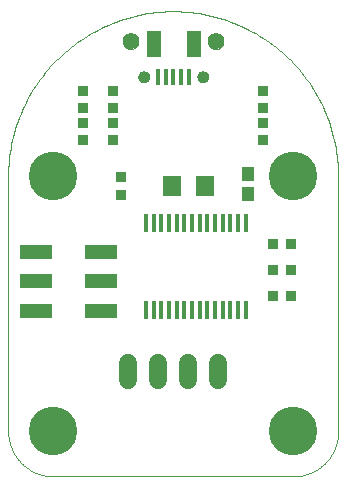
<source format=gts>
G75*
%MOIN*%
%OFA0B0*%
%FSLAX25Y25*%
%IPPOS*%
%LPD*%
%AMOC8*
5,1,8,0,0,1.08239X$1,22.5*
%
%ADD10R,0.05912X0.06699*%
%ADD11R,0.01770X0.05900*%
%ADD12R,0.04337X0.04731*%
%ADD13R,0.01778X0.05715*%
%ADD14C,0.00000*%
%ADD15C,0.05518*%
%ADD16C,0.03943*%
%ADD17R,0.04731X0.08668*%
%ADD18R,0.10636X0.05124*%
%ADD19C,0.05943*%
%ADD20C,0.16211*%
%ADD21R,0.03550X0.03550*%
D10*
X0061288Y0115906D03*
X0072312Y0115906D03*
D11*
X0073139Y0103400D03*
X0075698Y0103400D03*
X0078257Y0103400D03*
X0080816Y0103400D03*
X0083375Y0103400D03*
X0085934Y0103400D03*
X0070580Y0103400D03*
X0068020Y0103400D03*
X0065461Y0103400D03*
X0062902Y0103400D03*
X0060343Y0103400D03*
X0057784Y0103400D03*
X0055225Y0103400D03*
X0052666Y0103400D03*
X0052666Y0074612D03*
X0055225Y0074612D03*
X0057784Y0074612D03*
X0060343Y0074612D03*
X0062902Y0074612D03*
X0065461Y0074612D03*
X0068020Y0074612D03*
X0070580Y0074612D03*
X0073139Y0074612D03*
X0075698Y0074612D03*
X0078257Y0074612D03*
X0080816Y0074612D03*
X0083375Y0074612D03*
X0085934Y0074612D03*
D12*
X0086800Y0113159D03*
X0086800Y0119852D03*
D13*
X0066918Y0152195D03*
X0064359Y0152195D03*
X0061800Y0152195D03*
X0059241Y0152195D03*
X0056682Y0152195D03*
D14*
X0021800Y0019006D02*
X0101800Y0019006D01*
X0102162Y0019010D01*
X0102525Y0019024D01*
X0102887Y0019045D01*
X0103248Y0019076D01*
X0103608Y0019115D01*
X0103967Y0019163D01*
X0104325Y0019220D01*
X0104682Y0019285D01*
X0105037Y0019359D01*
X0105390Y0019442D01*
X0105741Y0019533D01*
X0106089Y0019632D01*
X0106435Y0019740D01*
X0106779Y0019856D01*
X0107119Y0019981D01*
X0107456Y0020113D01*
X0107790Y0020254D01*
X0108121Y0020403D01*
X0108448Y0020560D01*
X0108771Y0020724D01*
X0109090Y0020896D01*
X0109404Y0021076D01*
X0109715Y0021264D01*
X0110020Y0021459D01*
X0110321Y0021661D01*
X0110617Y0021871D01*
X0110907Y0022087D01*
X0111193Y0022311D01*
X0111473Y0022541D01*
X0111747Y0022778D01*
X0112015Y0023022D01*
X0112278Y0023272D01*
X0112534Y0023528D01*
X0112784Y0023791D01*
X0113028Y0024059D01*
X0113265Y0024333D01*
X0113495Y0024613D01*
X0113719Y0024899D01*
X0113935Y0025189D01*
X0114145Y0025485D01*
X0114347Y0025786D01*
X0114542Y0026091D01*
X0114730Y0026402D01*
X0114910Y0026716D01*
X0115082Y0027035D01*
X0115246Y0027358D01*
X0115403Y0027685D01*
X0115552Y0028016D01*
X0115693Y0028350D01*
X0115825Y0028687D01*
X0115950Y0029027D01*
X0116066Y0029371D01*
X0116174Y0029717D01*
X0116273Y0030065D01*
X0116364Y0030416D01*
X0116447Y0030769D01*
X0116521Y0031124D01*
X0116586Y0031481D01*
X0116643Y0031839D01*
X0116691Y0032198D01*
X0116730Y0032558D01*
X0116761Y0032919D01*
X0116782Y0033281D01*
X0116796Y0033644D01*
X0116800Y0034006D01*
X0116800Y0119006D01*
X0073414Y0164006D02*
X0073416Y0164107D01*
X0073422Y0164208D01*
X0073432Y0164309D01*
X0073446Y0164409D01*
X0073464Y0164508D01*
X0073486Y0164607D01*
X0073511Y0164705D01*
X0073541Y0164802D01*
X0073574Y0164897D01*
X0073611Y0164991D01*
X0073652Y0165084D01*
X0073696Y0165175D01*
X0073744Y0165264D01*
X0073796Y0165351D01*
X0073851Y0165436D01*
X0073909Y0165518D01*
X0073970Y0165599D01*
X0074035Y0165677D01*
X0074102Y0165752D01*
X0074172Y0165824D01*
X0074246Y0165894D01*
X0074322Y0165961D01*
X0074400Y0166025D01*
X0074481Y0166085D01*
X0074564Y0166142D01*
X0074650Y0166196D01*
X0074738Y0166247D01*
X0074827Y0166294D01*
X0074918Y0166338D01*
X0075011Y0166377D01*
X0075106Y0166414D01*
X0075201Y0166446D01*
X0075298Y0166475D01*
X0075397Y0166499D01*
X0075495Y0166520D01*
X0075595Y0166537D01*
X0075695Y0166550D01*
X0075796Y0166559D01*
X0075897Y0166564D01*
X0075998Y0166565D01*
X0076099Y0166562D01*
X0076200Y0166555D01*
X0076301Y0166544D01*
X0076401Y0166529D01*
X0076500Y0166510D01*
X0076599Y0166487D01*
X0076696Y0166461D01*
X0076793Y0166430D01*
X0076888Y0166396D01*
X0076981Y0166358D01*
X0077074Y0166316D01*
X0077164Y0166271D01*
X0077253Y0166222D01*
X0077339Y0166170D01*
X0077423Y0166114D01*
X0077506Y0166055D01*
X0077585Y0165993D01*
X0077663Y0165928D01*
X0077737Y0165860D01*
X0077809Y0165788D01*
X0077878Y0165715D01*
X0077944Y0165638D01*
X0078007Y0165559D01*
X0078067Y0165477D01*
X0078123Y0165393D01*
X0078176Y0165307D01*
X0078226Y0165219D01*
X0078272Y0165129D01*
X0078315Y0165038D01*
X0078354Y0164944D01*
X0078389Y0164849D01*
X0078420Y0164753D01*
X0078448Y0164656D01*
X0078472Y0164558D01*
X0078492Y0164459D01*
X0078508Y0164359D01*
X0078520Y0164258D01*
X0078528Y0164158D01*
X0078532Y0164057D01*
X0078532Y0163955D01*
X0078528Y0163854D01*
X0078520Y0163754D01*
X0078508Y0163653D01*
X0078492Y0163553D01*
X0078472Y0163454D01*
X0078448Y0163356D01*
X0078420Y0163259D01*
X0078389Y0163163D01*
X0078354Y0163068D01*
X0078315Y0162974D01*
X0078272Y0162883D01*
X0078226Y0162793D01*
X0078176Y0162705D01*
X0078123Y0162619D01*
X0078067Y0162535D01*
X0078007Y0162453D01*
X0077944Y0162374D01*
X0077878Y0162297D01*
X0077809Y0162224D01*
X0077737Y0162152D01*
X0077663Y0162084D01*
X0077585Y0162019D01*
X0077506Y0161957D01*
X0077423Y0161898D01*
X0077339Y0161842D01*
X0077252Y0161790D01*
X0077164Y0161741D01*
X0077074Y0161696D01*
X0076981Y0161654D01*
X0076888Y0161616D01*
X0076793Y0161582D01*
X0076696Y0161551D01*
X0076599Y0161525D01*
X0076500Y0161502D01*
X0076401Y0161483D01*
X0076301Y0161468D01*
X0076200Y0161457D01*
X0076099Y0161450D01*
X0075998Y0161447D01*
X0075897Y0161448D01*
X0075796Y0161453D01*
X0075695Y0161462D01*
X0075595Y0161475D01*
X0075495Y0161492D01*
X0075397Y0161513D01*
X0075298Y0161537D01*
X0075201Y0161566D01*
X0075106Y0161598D01*
X0075011Y0161635D01*
X0074918Y0161674D01*
X0074827Y0161718D01*
X0074738Y0161765D01*
X0074650Y0161816D01*
X0074564Y0161870D01*
X0074481Y0161927D01*
X0074400Y0161987D01*
X0074322Y0162051D01*
X0074246Y0162118D01*
X0074172Y0162188D01*
X0074102Y0162260D01*
X0074035Y0162335D01*
X0073970Y0162413D01*
X0073909Y0162494D01*
X0073851Y0162576D01*
X0073796Y0162661D01*
X0073744Y0162748D01*
X0073696Y0162837D01*
X0073652Y0162928D01*
X0073611Y0163021D01*
X0073574Y0163115D01*
X0073541Y0163210D01*
X0073511Y0163307D01*
X0073486Y0163405D01*
X0073464Y0163504D01*
X0073446Y0163603D01*
X0073432Y0163703D01*
X0073422Y0163804D01*
X0073416Y0163905D01*
X0073414Y0164006D01*
X0069871Y0152195D02*
X0069873Y0152279D01*
X0069879Y0152362D01*
X0069889Y0152445D01*
X0069903Y0152528D01*
X0069920Y0152610D01*
X0069942Y0152691D01*
X0069967Y0152770D01*
X0069996Y0152849D01*
X0070029Y0152926D01*
X0070065Y0153001D01*
X0070105Y0153075D01*
X0070148Y0153147D01*
X0070195Y0153216D01*
X0070245Y0153283D01*
X0070298Y0153348D01*
X0070354Y0153410D01*
X0070412Y0153470D01*
X0070474Y0153527D01*
X0070538Y0153580D01*
X0070605Y0153631D01*
X0070674Y0153678D01*
X0070745Y0153723D01*
X0070818Y0153763D01*
X0070893Y0153800D01*
X0070970Y0153834D01*
X0071048Y0153864D01*
X0071127Y0153890D01*
X0071208Y0153913D01*
X0071290Y0153931D01*
X0071372Y0153946D01*
X0071455Y0153957D01*
X0071538Y0153964D01*
X0071622Y0153967D01*
X0071706Y0153966D01*
X0071789Y0153961D01*
X0071873Y0153952D01*
X0071955Y0153939D01*
X0072037Y0153923D01*
X0072118Y0153902D01*
X0072199Y0153878D01*
X0072277Y0153850D01*
X0072355Y0153818D01*
X0072431Y0153782D01*
X0072505Y0153743D01*
X0072577Y0153701D01*
X0072647Y0153655D01*
X0072715Y0153606D01*
X0072780Y0153554D01*
X0072843Y0153499D01*
X0072903Y0153441D01*
X0072961Y0153380D01*
X0073015Y0153316D01*
X0073067Y0153250D01*
X0073115Y0153182D01*
X0073160Y0153111D01*
X0073201Y0153038D01*
X0073240Y0152964D01*
X0073274Y0152888D01*
X0073305Y0152810D01*
X0073332Y0152731D01*
X0073356Y0152650D01*
X0073375Y0152569D01*
X0073391Y0152487D01*
X0073403Y0152404D01*
X0073411Y0152320D01*
X0073415Y0152237D01*
X0073415Y0152153D01*
X0073411Y0152070D01*
X0073403Y0151986D01*
X0073391Y0151903D01*
X0073375Y0151821D01*
X0073356Y0151740D01*
X0073332Y0151659D01*
X0073305Y0151580D01*
X0073274Y0151502D01*
X0073240Y0151426D01*
X0073201Y0151352D01*
X0073160Y0151279D01*
X0073115Y0151208D01*
X0073067Y0151140D01*
X0073015Y0151074D01*
X0072961Y0151010D01*
X0072903Y0150949D01*
X0072843Y0150891D01*
X0072780Y0150836D01*
X0072715Y0150784D01*
X0072647Y0150735D01*
X0072577Y0150689D01*
X0072505Y0150647D01*
X0072431Y0150608D01*
X0072355Y0150572D01*
X0072277Y0150540D01*
X0072199Y0150512D01*
X0072118Y0150488D01*
X0072037Y0150467D01*
X0071955Y0150451D01*
X0071873Y0150438D01*
X0071789Y0150429D01*
X0071706Y0150424D01*
X0071622Y0150423D01*
X0071538Y0150426D01*
X0071455Y0150433D01*
X0071372Y0150444D01*
X0071290Y0150459D01*
X0071208Y0150477D01*
X0071127Y0150500D01*
X0071048Y0150526D01*
X0070970Y0150556D01*
X0070893Y0150590D01*
X0070818Y0150627D01*
X0070745Y0150667D01*
X0070674Y0150712D01*
X0070605Y0150759D01*
X0070538Y0150810D01*
X0070474Y0150863D01*
X0070412Y0150920D01*
X0070354Y0150980D01*
X0070298Y0151042D01*
X0070245Y0151107D01*
X0070195Y0151174D01*
X0070148Y0151243D01*
X0070105Y0151315D01*
X0070065Y0151389D01*
X0070029Y0151464D01*
X0069996Y0151541D01*
X0069967Y0151620D01*
X0069942Y0151699D01*
X0069920Y0151780D01*
X0069903Y0151862D01*
X0069889Y0151945D01*
X0069879Y0152028D01*
X0069873Y0152111D01*
X0069871Y0152195D01*
X0050185Y0152195D02*
X0050187Y0152279D01*
X0050193Y0152362D01*
X0050203Y0152445D01*
X0050217Y0152528D01*
X0050234Y0152610D01*
X0050256Y0152691D01*
X0050281Y0152770D01*
X0050310Y0152849D01*
X0050343Y0152926D01*
X0050379Y0153001D01*
X0050419Y0153075D01*
X0050462Y0153147D01*
X0050509Y0153216D01*
X0050559Y0153283D01*
X0050612Y0153348D01*
X0050668Y0153410D01*
X0050726Y0153470D01*
X0050788Y0153527D01*
X0050852Y0153580D01*
X0050919Y0153631D01*
X0050988Y0153678D01*
X0051059Y0153723D01*
X0051132Y0153763D01*
X0051207Y0153800D01*
X0051284Y0153834D01*
X0051362Y0153864D01*
X0051441Y0153890D01*
X0051522Y0153913D01*
X0051604Y0153931D01*
X0051686Y0153946D01*
X0051769Y0153957D01*
X0051852Y0153964D01*
X0051936Y0153967D01*
X0052020Y0153966D01*
X0052103Y0153961D01*
X0052187Y0153952D01*
X0052269Y0153939D01*
X0052351Y0153923D01*
X0052432Y0153902D01*
X0052513Y0153878D01*
X0052591Y0153850D01*
X0052669Y0153818D01*
X0052745Y0153782D01*
X0052819Y0153743D01*
X0052891Y0153701D01*
X0052961Y0153655D01*
X0053029Y0153606D01*
X0053094Y0153554D01*
X0053157Y0153499D01*
X0053217Y0153441D01*
X0053275Y0153380D01*
X0053329Y0153316D01*
X0053381Y0153250D01*
X0053429Y0153182D01*
X0053474Y0153111D01*
X0053515Y0153038D01*
X0053554Y0152964D01*
X0053588Y0152888D01*
X0053619Y0152810D01*
X0053646Y0152731D01*
X0053670Y0152650D01*
X0053689Y0152569D01*
X0053705Y0152487D01*
X0053717Y0152404D01*
X0053725Y0152320D01*
X0053729Y0152237D01*
X0053729Y0152153D01*
X0053725Y0152070D01*
X0053717Y0151986D01*
X0053705Y0151903D01*
X0053689Y0151821D01*
X0053670Y0151740D01*
X0053646Y0151659D01*
X0053619Y0151580D01*
X0053588Y0151502D01*
X0053554Y0151426D01*
X0053515Y0151352D01*
X0053474Y0151279D01*
X0053429Y0151208D01*
X0053381Y0151140D01*
X0053329Y0151074D01*
X0053275Y0151010D01*
X0053217Y0150949D01*
X0053157Y0150891D01*
X0053094Y0150836D01*
X0053029Y0150784D01*
X0052961Y0150735D01*
X0052891Y0150689D01*
X0052819Y0150647D01*
X0052745Y0150608D01*
X0052669Y0150572D01*
X0052591Y0150540D01*
X0052513Y0150512D01*
X0052432Y0150488D01*
X0052351Y0150467D01*
X0052269Y0150451D01*
X0052187Y0150438D01*
X0052103Y0150429D01*
X0052020Y0150424D01*
X0051936Y0150423D01*
X0051852Y0150426D01*
X0051769Y0150433D01*
X0051686Y0150444D01*
X0051604Y0150459D01*
X0051522Y0150477D01*
X0051441Y0150500D01*
X0051362Y0150526D01*
X0051284Y0150556D01*
X0051207Y0150590D01*
X0051132Y0150627D01*
X0051059Y0150667D01*
X0050988Y0150712D01*
X0050919Y0150759D01*
X0050852Y0150810D01*
X0050788Y0150863D01*
X0050726Y0150920D01*
X0050668Y0150980D01*
X0050612Y0151042D01*
X0050559Y0151107D01*
X0050509Y0151174D01*
X0050462Y0151243D01*
X0050419Y0151315D01*
X0050379Y0151389D01*
X0050343Y0151464D01*
X0050310Y0151541D01*
X0050281Y0151620D01*
X0050256Y0151699D01*
X0050234Y0151780D01*
X0050217Y0151862D01*
X0050203Y0151945D01*
X0050193Y0152028D01*
X0050187Y0152111D01*
X0050185Y0152195D01*
X0045068Y0164006D02*
X0045070Y0164107D01*
X0045076Y0164208D01*
X0045086Y0164309D01*
X0045100Y0164409D01*
X0045118Y0164508D01*
X0045140Y0164607D01*
X0045165Y0164705D01*
X0045195Y0164802D01*
X0045228Y0164897D01*
X0045265Y0164991D01*
X0045306Y0165084D01*
X0045350Y0165175D01*
X0045398Y0165264D01*
X0045450Y0165351D01*
X0045505Y0165436D01*
X0045563Y0165518D01*
X0045624Y0165599D01*
X0045689Y0165677D01*
X0045756Y0165752D01*
X0045826Y0165824D01*
X0045900Y0165894D01*
X0045976Y0165961D01*
X0046054Y0166025D01*
X0046135Y0166085D01*
X0046218Y0166142D01*
X0046304Y0166196D01*
X0046392Y0166247D01*
X0046481Y0166294D01*
X0046572Y0166338D01*
X0046665Y0166377D01*
X0046760Y0166414D01*
X0046855Y0166446D01*
X0046952Y0166475D01*
X0047051Y0166499D01*
X0047149Y0166520D01*
X0047249Y0166537D01*
X0047349Y0166550D01*
X0047450Y0166559D01*
X0047551Y0166564D01*
X0047652Y0166565D01*
X0047753Y0166562D01*
X0047854Y0166555D01*
X0047955Y0166544D01*
X0048055Y0166529D01*
X0048154Y0166510D01*
X0048253Y0166487D01*
X0048350Y0166461D01*
X0048447Y0166430D01*
X0048542Y0166396D01*
X0048635Y0166358D01*
X0048728Y0166316D01*
X0048818Y0166271D01*
X0048907Y0166222D01*
X0048993Y0166170D01*
X0049077Y0166114D01*
X0049160Y0166055D01*
X0049239Y0165993D01*
X0049317Y0165928D01*
X0049391Y0165860D01*
X0049463Y0165788D01*
X0049532Y0165715D01*
X0049598Y0165638D01*
X0049661Y0165559D01*
X0049721Y0165477D01*
X0049777Y0165393D01*
X0049830Y0165307D01*
X0049880Y0165219D01*
X0049926Y0165129D01*
X0049969Y0165038D01*
X0050008Y0164944D01*
X0050043Y0164849D01*
X0050074Y0164753D01*
X0050102Y0164656D01*
X0050126Y0164558D01*
X0050146Y0164459D01*
X0050162Y0164359D01*
X0050174Y0164258D01*
X0050182Y0164158D01*
X0050186Y0164057D01*
X0050186Y0163955D01*
X0050182Y0163854D01*
X0050174Y0163754D01*
X0050162Y0163653D01*
X0050146Y0163553D01*
X0050126Y0163454D01*
X0050102Y0163356D01*
X0050074Y0163259D01*
X0050043Y0163163D01*
X0050008Y0163068D01*
X0049969Y0162974D01*
X0049926Y0162883D01*
X0049880Y0162793D01*
X0049830Y0162705D01*
X0049777Y0162619D01*
X0049721Y0162535D01*
X0049661Y0162453D01*
X0049598Y0162374D01*
X0049532Y0162297D01*
X0049463Y0162224D01*
X0049391Y0162152D01*
X0049317Y0162084D01*
X0049239Y0162019D01*
X0049160Y0161957D01*
X0049077Y0161898D01*
X0048993Y0161842D01*
X0048906Y0161790D01*
X0048818Y0161741D01*
X0048728Y0161696D01*
X0048635Y0161654D01*
X0048542Y0161616D01*
X0048447Y0161582D01*
X0048350Y0161551D01*
X0048253Y0161525D01*
X0048154Y0161502D01*
X0048055Y0161483D01*
X0047955Y0161468D01*
X0047854Y0161457D01*
X0047753Y0161450D01*
X0047652Y0161447D01*
X0047551Y0161448D01*
X0047450Y0161453D01*
X0047349Y0161462D01*
X0047249Y0161475D01*
X0047149Y0161492D01*
X0047051Y0161513D01*
X0046952Y0161537D01*
X0046855Y0161566D01*
X0046760Y0161598D01*
X0046665Y0161635D01*
X0046572Y0161674D01*
X0046481Y0161718D01*
X0046392Y0161765D01*
X0046304Y0161816D01*
X0046218Y0161870D01*
X0046135Y0161927D01*
X0046054Y0161987D01*
X0045976Y0162051D01*
X0045900Y0162118D01*
X0045826Y0162188D01*
X0045756Y0162260D01*
X0045689Y0162335D01*
X0045624Y0162413D01*
X0045563Y0162494D01*
X0045505Y0162576D01*
X0045450Y0162661D01*
X0045398Y0162748D01*
X0045350Y0162837D01*
X0045306Y0162928D01*
X0045265Y0163021D01*
X0045228Y0163115D01*
X0045195Y0163210D01*
X0045165Y0163307D01*
X0045140Y0163405D01*
X0045118Y0163504D01*
X0045100Y0163603D01*
X0045086Y0163703D01*
X0045076Y0163804D01*
X0045070Y0163905D01*
X0045068Y0164006D01*
X0006800Y0119006D02*
X0006816Y0120345D01*
X0006865Y0121684D01*
X0006947Y0123021D01*
X0007061Y0124355D01*
X0007207Y0125687D01*
X0007386Y0127014D01*
X0007597Y0128337D01*
X0007841Y0129654D01*
X0008116Y0130965D01*
X0008423Y0132268D01*
X0008762Y0133564D01*
X0009132Y0134851D01*
X0009533Y0136129D01*
X0009966Y0137397D01*
X0010429Y0138654D01*
X0010923Y0139899D01*
X0011447Y0141132D01*
X0012000Y0142351D01*
X0012584Y0143557D01*
X0013196Y0144748D01*
X0013837Y0145924D01*
X0014507Y0147084D01*
X0015205Y0148227D01*
X0015930Y0149353D01*
X0016683Y0150461D01*
X0017462Y0151551D01*
X0018268Y0152621D01*
X0019099Y0153671D01*
X0019956Y0154700D01*
X0020838Y0155709D01*
X0021743Y0156695D01*
X0022673Y0157659D01*
X0023626Y0158601D01*
X0024601Y0159519D01*
X0025599Y0160412D01*
X0026618Y0161282D01*
X0027658Y0162126D01*
X0028718Y0162944D01*
X0029798Y0163737D01*
X0030896Y0164503D01*
X0032014Y0165242D01*
X0033148Y0165954D01*
X0034300Y0166637D01*
X0035468Y0167293D01*
X0036652Y0167920D01*
X0037850Y0168518D01*
X0039063Y0169086D01*
X0040289Y0169625D01*
X0041528Y0170134D01*
X0042779Y0170612D01*
X0044042Y0171060D01*
X0045314Y0171477D01*
X0046597Y0171863D01*
X0047889Y0172218D01*
X0049189Y0172541D01*
X0050496Y0172832D01*
X0051810Y0173091D01*
X0053130Y0173318D01*
X0054455Y0173513D01*
X0055785Y0173676D01*
X0057118Y0173806D01*
X0058453Y0173904D01*
X0059791Y0173969D01*
X0061130Y0174002D01*
X0062470Y0174002D01*
X0063809Y0173969D01*
X0065147Y0173904D01*
X0066482Y0173806D01*
X0067815Y0173676D01*
X0069145Y0173513D01*
X0070470Y0173318D01*
X0071790Y0173091D01*
X0073104Y0172832D01*
X0074411Y0172541D01*
X0075711Y0172218D01*
X0077003Y0171863D01*
X0078286Y0171477D01*
X0079558Y0171060D01*
X0080821Y0170612D01*
X0082072Y0170134D01*
X0083311Y0169625D01*
X0084537Y0169086D01*
X0085750Y0168518D01*
X0086948Y0167920D01*
X0088132Y0167293D01*
X0089300Y0166637D01*
X0090452Y0165954D01*
X0091586Y0165242D01*
X0092704Y0164503D01*
X0093802Y0163737D01*
X0094882Y0162944D01*
X0095942Y0162126D01*
X0096982Y0161282D01*
X0098001Y0160412D01*
X0098999Y0159519D01*
X0099974Y0158601D01*
X0100927Y0157659D01*
X0101857Y0156695D01*
X0102762Y0155709D01*
X0103644Y0154700D01*
X0104501Y0153671D01*
X0105332Y0152621D01*
X0106138Y0151551D01*
X0106917Y0150461D01*
X0107670Y0149353D01*
X0108395Y0148227D01*
X0109093Y0147084D01*
X0109763Y0145924D01*
X0110404Y0144748D01*
X0111016Y0143557D01*
X0111600Y0142351D01*
X0112153Y0141132D01*
X0112677Y0139899D01*
X0113171Y0138654D01*
X0113634Y0137397D01*
X0114067Y0136129D01*
X0114468Y0134851D01*
X0114838Y0133564D01*
X0115177Y0132268D01*
X0115484Y0130965D01*
X0115759Y0129654D01*
X0116003Y0128337D01*
X0116214Y0127014D01*
X0116393Y0125687D01*
X0116539Y0124355D01*
X0116653Y0123021D01*
X0116735Y0121684D01*
X0116784Y0120345D01*
X0116800Y0119006D01*
X0021800Y0019006D02*
X0021438Y0019010D01*
X0021075Y0019024D01*
X0020713Y0019045D01*
X0020352Y0019076D01*
X0019992Y0019115D01*
X0019633Y0019163D01*
X0019275Y0019220D01*
X0018918Y0019285D01*
X0018563Y0019359D01*
X0018210Y0019442D01*
X0017859Y0019533D01*
X0017511Y0019632D01*
X0017165Y0019740D01*
X0016821Y0019856D01*
X0016481Y0019981D01*
X0016144Y0020113D01*
X0015810Y0020254D01*
X0015479Y0020403D01*
X0015152Y0020560D01*
X0014829Y0020724D01*
X0014510Y0020896D01*
X0014196Y0021076D01*
X0013885Y0021264D01*
X0013580Y0021459D01*
X0013279Y0021661D01*
X0012983Y0021871D01*
X0012693Y0022087D01*
X0012407Y0022311D01*
X0012127Y0022541D01*
X0011853Y0022778D01*
X0011585Y0023022D01*
X0011322Y0023272D01*
X0011066Y0023528D01*
X0010816Y0023791D01*
X0010572Y0024059D01*
X0010335Y0024333D01*
X0010105Y0024613D01*
X0009881Y0024899D01*
X0009665Y0025189D01*
X0009455Y0025485D01*
X0009253Y0025786D01*
X0009058Y0026091D01*
X0008870Y0026402D01*
X0008690Y0026716D01*
X0008518Y0027035D01*
X0008354Y0027358D01*
X0008197Y0027685D01*
X0008048Y0028016D01*
X0007907Y0028350D01*
X0007775Y0028687D01*
X0007650Y0029027D01*
X0007534Y0029371D01*
X0007426Y0029717D01*
X0007327Y0030065D01*
X0007236Y0030416D01*
X0007153Y0030769D01*
X0007079Y0031124D01*
X0007014Y0031481D01*
X0006957Y0031839D01*
X0006909Y0032198D01*
X0006870Y0032558D01*
X0006839Y0032919D01*
X0006818Y0033281D01*
X0006804Y0033644D01*
X0006800Y0034006D01*
X0006800Y0119006D01*
D15*
X0047627Y0164006D03*
X0075973Y0164006D03*
D16*
X0071643Y0152195D03*
X0051957Y0152195D03*
D17*
X0055225Y0163037D03*
X0068769Y0163037D03*
D18*
X0037627Y0093848D03*
X0037627Y0084006D03*
X0037627Y0074163D03*
X0015973Y0074163D03*
X0015973Y0084006D03*
X0015973Y0093848D03*
D19*
X0046800Y0056778D02*
X0046800Y0051234D01*
X0056800Y0051234D02*
X0056800Y0056778D01*
X0066800Y0056778D02*
X0066800Y0051234D01*
X0076800Y0051234D02*
X0076800Y0056778D01*
D20*
X0101800Y0034006D03*
X0101800Y0119006D03*
X0021800Y0119006D03*
X0021800Y0034006D03*
D21*
X0044400Y0112953D03*
X0044400Y0118859D03*
X0041800Y0131053D03*
X0041800Y0136959D03*
X0041800Y0141703D03*
X0041800Y0147609D03*
X0031800Y0147609D03*
X0031800Y0141703D03*
X0031800Y0136959D03*
X0031800Y0131053D03*
X0091800Y0131053D03*
X0091800Y0136959D03*
X0091800Y0141703D03*
X0091800Y0147609D03*
X0095097Y0096606D03*
X0101003Y0096606D03*
X0101003Y0087806D03*
X0095097Y0087806D03*
X0095097Y0079006D03*
X0101003Y0079006D03*
M02*

</source>
